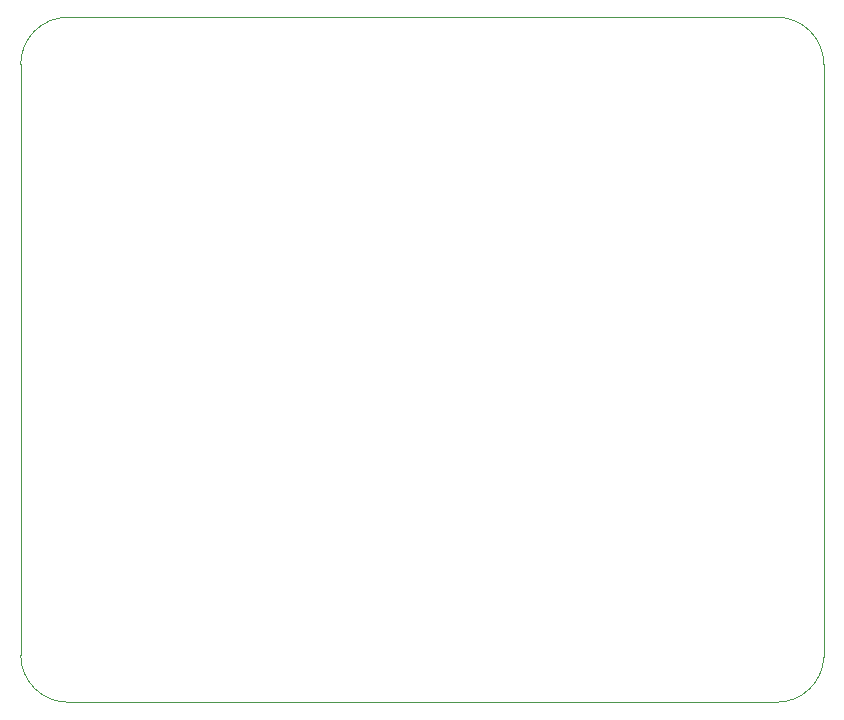
<source format=gbr>
%TF.GenerationSoftware,KiCad,Pcbnew,7.0.6-0*%
%TF.CreationDate,2023-08-18T22:24:39+03:00*%
%TF.ProjectId,iot-data-logger-nfc-samd21,696f742d-6461-4746-912d-6c6f67676572,rev?*%
%TF.SameCoordinates,Original*%
%TF.FileFunction,Profile,NP*%
%FSLAX46Y46*%
G04 Gerber Fmt 4.6, Leading zero omitted, Abs format (unit mm)*
G04 Created by KiCad (PCBNEW 7.0.6-0) date 2023-08-18 22:24:39*
%MOMM*%
%LPD*%
G01*
G04 APERTURE LIST*
%TA.AperFunction,Profile*%
%ADD10C,0.100000*%
%TD*%
G04 APERTURE END LIST*
D10*
X122000000Y-98003677D02*
X62000000Y-98000000D01*
X62000000Y-40000000D02*
G75*
G03*
X58000000Y-44000000I0J-4000000D01*
G01*
X122000000Y-98003676D02*
G75*
G03*
X125999998Y-94171573I0J4003676D01*
G01*
X126000000Y-44000000D02*
G75*
G03*
X122000000Y-40000000I-4000000J0D01*
G01*
X126000000Y-44000000D02*
X125999999Y-94171573D01*
X62000000Y-40000000D02*
X122000000Y-40000000D01*
X58000000Y-94000000D02*
G75*
G03*
X62000000Y-98000000I4000000J0D01*
G01*
X58000000Y-94000000D02*
X58000000Y-44000000D01*
M02*

</source>
